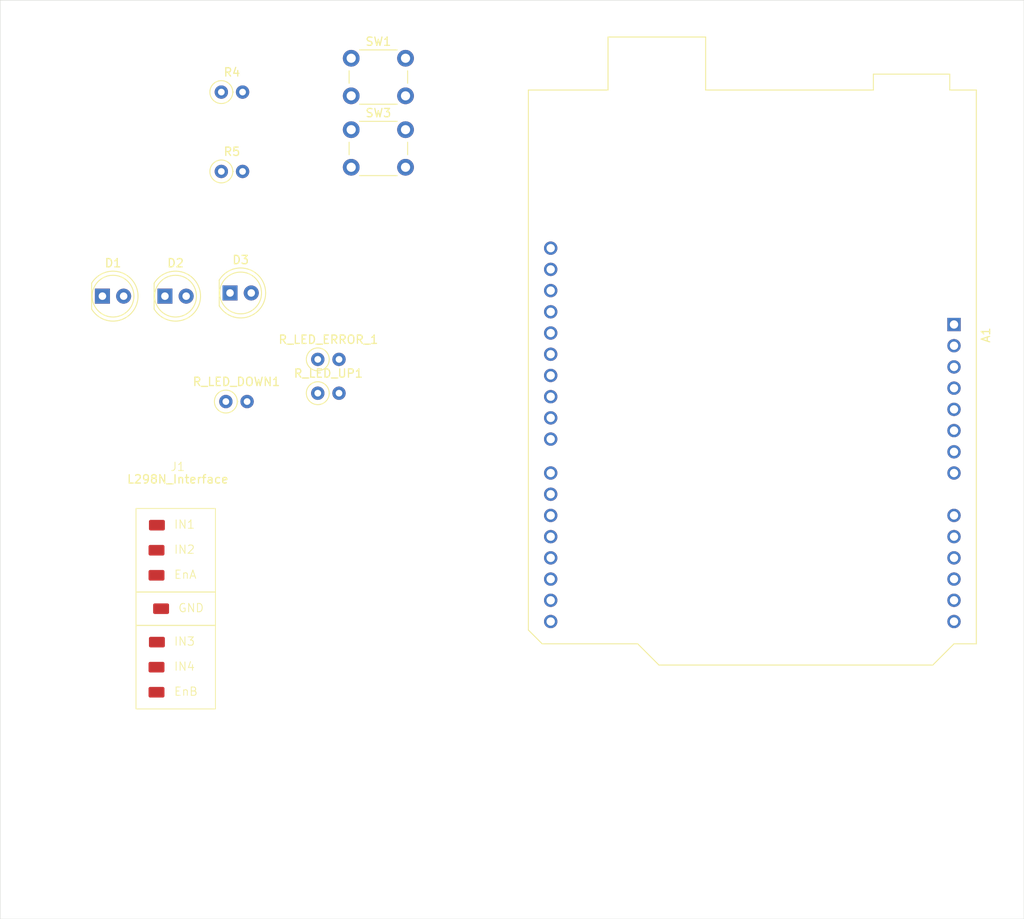
<source format=kicad_pcb>
(kicad_pcb (version 20241229) (generator "pcbnew") (generator_version "9.0")
  (layers (0 "F.Cu" signal) (2 "B.Cu" signal) (13 "F.Paste" user) (15 "B.Paste" user) (5 "F.SilkS" user "F.Silkscreen") (7 "B.SilkS" user "B.Silkscreen") (1 "F.Mask" user) (3 "B.Mask" user) (25 "Edge.Cuts" user))
  (net 0 "")
  (net 15 "Net-(A1-GND-Pad29)")
  (net 21 "Net-(D1-K)")
  (net 22 "Net-(D2-K)")
  (net 23 "Net-(D3-K)")
  (net 24 "Motor DIR CTRL 2")
  (net 25 "Button UP")
  (net 26 "LED_UP")
  (net 27 "LED_ERROR")
  (net 28 "LED_DOWN")
  (net 31 "Motor DIR CTRL 1")
  (net 32 "Button DOWN")
  (net 33 "Motor PWM")
  (net 34 "Net-(D1-A)")
  (net 36 "Net-(R4-Pad1)")
  (net 37 "Net-(R5-Pad1)")
  (footprint "Resistor_THT:R_Axial_DIN0207_L6.3mm_D2.5mm_P2.54mm_Vertical" (layer "F.Cu") (at 169.5 88.05)
    (property "Reference" "R_LED_DOWN1" (at 1.27 -2.37 0) (layer "F.SilkS"))
    (property "Value" "330")
    (fp_line (start 1.37 0) (end 1.44 0) (stroke (width 0.12)) (layer "F.SilkS"))
    (fp_circle (center 0 0) (end 1.37 0) (stroke (width 0.12)) (fill no) (layer "F.SilkS"))
    (pad "1" thru_hole circle (at 0 0) (size 1.6 1.6) (drill 0.8) (layers "*.Cu" "*.Mask") (net 28 "LED_DOWN"))
    (pad "2" thru_hole circle (at 2.54 0) (size 1.6 1.6) (drill 0.8) (layers "*.Cu" "*.Mask") (net 21 "Net-(D1-K)"))
  )
  (footprint "Resistor_THT:R_Axial_DIN0207_L6.3mm_D2.5mm_P2.54mm_Vertical" (layer "F.Cu") (at 180.5 83)
    (property "Reference" "R_LED_ERROR_1" (at 1.27 -2.37 0) (layer "F.SilkS"))
    (property "Value" "330")
    (fp_line (start 1.37 0) (end 1.44 0) (stroke (width 0.12)) (layer "F.SilkS"))
    (fp_circle (center 0 0) (end 1.37 0) (stroke (width 0.12)) (fill no) (layer "F.SilkS"))
    (pad "1" thru_hole circle (at 0 0) (size 1.6 1.6) (drill 0.8) (layers "*.Cu" "*.Mask") (net 27 "LED_ERROR"))
    (pad "2" thru_hole circle (at 2.54 0) (size 1.6 1.6) (drill 0.8) (layers "*.Cu" "*.Mask") (net 23 "Net-(D3-K)"))
  )
  (footprint "LED_THT:LED_D5.0mm" (layer "F.Cu") (at 154.73 75.43)
    (property "Reference" "D1" (at 1.27 -3.96 0) (layer "F.SilkS"))
    (property "Value" "LED_DOWN")
    (fp_line (start -1.29 -1.545) (end -1.29 1.545) (stroke (width 0.12)) (layer "F.SilkS"))
    (fp_arc (start -1.29 -1.54483) (mid 2.071779 -2.880495) (end 4.26 0) (stroke (width 0.12)) (layer "F.SilkS"))
    (fp_arc (start 4.26 0) (mid 2.071779 2.880495) (end -1.29 1.54483) (stroke (width 0.12)) (layer "F.SilkS"))
    (fp_circle (center 1.27 0) (end 3.77 0) (stroke (width 0.12)) (fill no) (layer "F.SilkS"))
    (pad "1" thru_hole rect (at 0 0) (size 1.8 1.8) (drill 0.9) (layers "*.Cu" "*.Mask") (net 21 "Net-(D1-K)"))
    (pad "2" thru_hole circle (at 2.54 0) (size 1.8 1.8) (drill 0.9) (layers "*.Cu" "*.Mask") (net 34 "Net-(D1-A)"))
  )
  (footprint "Resistor_THT:R_Axial_DIN0207_L6.3mm_D2.5mm_P2.54mm_Vertical" (layer "F.Cu") (at 180.5 87.05)
    (property "Reference" "R_LED_UP1" (at 1.27 -2.37 0) (layer "F.SilkS"))
    (property "Value" "330")
    (fp_line (start 1.37 0) (end 1.44 0) (stroke (width 0.12)) (layer "F.SilkS"))
    (fp_circle (center 0 0) (end 1.37 0) (stroke (width 0.12)) (fill no) (layer "F.SilkS"))
    (pad "1" thru_hole circle (at 0 0) (size 1.6 1.6) (drill 0.8) (layers "*.Cu" "*.Mask") (net 26 "LED_UP"))
    (pad "2" thru_hole circle (at 2.54 0) (size 1.6 1.6) (drill 0.8) (layers "*.Cu" "*.Mask") (net 22 "Net-(D2-K)"))
  )
  (footprint "Button_Switch_THT:SW_PUSH_6mm_H5mm" (layer "F.Cu") (at 184.5 55.5)
    (property "Reference" "SW3" (at 3.25 -2 0) (layer "F.SilkS"))
    (property "Value" "BT_DOWN")
    (fp_line (start -0.25 1.5) (end -0.25 3) (stroke (width 0.12)) (layer "F.SilkS"))
    (fp_line (start 1 5.5) (end 5.5 5.5) (stroke (width 0.12)) (layer "F.SilkS"))
    (fp_line (start 5.5 -1) (end 1 -1) (stroke (width 0.12)) (layer "F.SilkS"))
    (fp_line (start 6.75 3) (end 6.75 1.5) (stroke (width 0.12)) (layer "F.SilkS"))
    (pad "1" thru_hole circle (at 0 0 90) (size 2 2) (drill 1.1) (layers "*.Cu" "*.Mask") (net 32 "Button DOWN"))
    (pad "1" thru_hole circle (at 6.5 0 90) (size 2 2) (drill 1.1) (layers "*.Cu" "*.Mask") (net 32 "Button DOWN"))
    (pad "2" thru_hole circle (at 0 4.5 90) (size 2 2) (drill 1.1) (layers "*.Cu" "*.Mask") (net 37 "Net-(R5-Pad1)"))
    (pad "2" thru_hole circle (at 6.5 4.5 90) (size 2 2) (drill 1.1) (layers "*.Cu" "*.Mask") (net 37 "Net-(R5-Pad1)"))
  )
  (footprint "Resistor_THT:R_Axial_DIN0207_L6.3mm_D2.5mm_P2.54mm_Vertical" (layer "F.Cu") (at 168.96 60.5)
    (property "Reference" "R5" (at 1.27 -2.37 0) (layer "F.SilkS"))
    (property "Value" "330")
    (fp_line (start 1.37 0) (end 1.44 0) (stroke (width 0.12)) (layer "F.SilkS"))
    (fp_circle (center 0 0) (end 1.37 0) (stroke (width 0.12)) (fill no) (layer "F.SilkS"))
    (pad "1" thru_hole circle (at 0 0) (size 1.6 1.6) (drill 0.8) (layers "*.Cu" "*.Mask") (net 37 "Net-(R5-Pad1)"))
    (pad "2" thru_hole circle (at 2.54 0) (size 1.6 1.6) (drill 0.8) (layers "*.Cu" "*.Mask") (net 15 "Net-(A1-GND-Pad29)"))
  )
  (footprint "LED_THT:LED_D5.0mm" (layer "F.Cu") (at 162.21 75.43)
    (property "Reference" "D2" (at 1.27 -3.96 0) (layer "F.SilkS"))
    (property "Value" "LED UP")
    (fp_line (start -1.29 -1.545) (end -1.29 1.545) (stroke (width 0.12)) (layer "F.SilkS"))
    (fp_arc (start -1.29 -1.54483) (mid 2.071779 -2.880495) (end 4.26 0) (stroke (width 0.12)) (layer "F.SilkS"))
    (fp_arc (start 4.26 0) (mid 2.071779 2.880495) (end -1.29 1.54483) (stroke (width 0.12)) (layer "F.SilkS"))
    (fp_circle (center 1.27 0) (end 3.77 0) (stroke (width 0.12)) (fill no) (layer "F.SilkS"))
    (pad "1" thru_hole rect (at 0 0) (size 1.8 1.8) (drill 0.9) (layers "*.Cu" "*.Mask") (net 22 "Net-(D2-K)"))
    (pad "2" thru_hole circle (at 2.54 0) (size 1.8 1.8) (drill 0.9) (layers "*.Cu" "*.Mask") (net 34 "Net-(D1-A)"))
  )
  (footprint "DeskAutomation:L298N Interface" (layer "F.Cu") (at 163.75 96.35)
    (property "Reference" "J1" (at 0 -0.5 0) (layer "F.SilkS") (effects (font (thickness 0.1))))
    (property "Value" "L298N_Interface" (at 0 1 0) (layer "F.SilkS"))
    (fp_rect (start -5 4.5) (end 4.5 14.5) (stroke (width 0.1)) (fill no) (layer "F.SilkS"))
    (fp_rect (start -5 14.5) (end 4.5 18.5) (stroke (width 0.1)) (fill no) (layer "F.SilkS"))
    (fp_rect (start -5 18.5) (end 4.5 28.5) (stroke (width 0.1)) (fill no) (layer "F.SilkS"))
    (fp_text user "IN4" (at -0.5 24 0) (layer "F.SilkS") (effects (font (thickness 0.1)) (justify left bottom)))
    (fp_text user "IN3" (at -0.5 21 0) (layer "F.SilkS") (effects (font (thickness 0.1)) (justify left bottom)))
    (fp_text user "EnA" (at -0.5 13 0) (layer "F.SilkS") (effects (font (thickness 0.1)) (justify left bottom)))
    (fp_text user "GND" (at 0 17 0) (layer "F.SilkS") (effects (font (thickness 0.1)) (justify left bottom)))
    (fp_text user "IN2" (at -0.5 10 0) (layer "F.SilkS") (effects (font (thickness 0.1)) (justify left bottom)))
    (fp_text user "IN1" (at -0.5 7 0) (layer "F.SilkS") (effects (font (thickness 0.1)) (justify left bottom)))
    (fp_text user "EnB" (at -0.5 27 0) (layer "F.SilkS") (effects (font (thickness 0.1)) (justify left bottom)))
    (pad "1" smd roundrect (at -2.5 6.5) (size 1.905 1.27) (layers "F.Cu" "F.Mask" "F.Paste") (roundrect_rratio 0.15) (net 31 "Motor DIR CTRL 1"))
    (pad "2" smd roundrect (at -2.5475 9.5) (size 1.905 1.27) (layers "F.Cu" "F.Mask" "F.Paste") (roundrect_rratio 0.15) (net 24 "Motor DIR CTRL 2"))
    (pad "3" smd roundrect (at -2.5475 12.5) (size 1.905 1.27) (layers "F.Cu" "F.Mask" "F.Paste") (roundrect_rratio 0.15) (net 33 "Motor PWM"))
    (pad "4" smd roundrect (at -2 16.5) (size 1.905 1.27) (layers "F.Cu" "F.Mask" "F.Paste") (roundrect_rratio 0.15) (net 27 "LED_ERROR"))
    (pad "5" smd roundrect (at -2.5 20.5) (size 1.905 1.27) (layers "F.Cu" "F.Mask" "F.Paste") (roundrect_rratio 0.15))
    (pad "6" smd roundrect (at -2.5475 23.5) (size 1.905 1.27) (layers "F.Cu" "F.Mask" "F.Paste") (roundrect_rratio 0.15))
    (pad "7" smd roundrect (at -2.5475 26.5) (size 1.905 1.27) (layers "F.Cu" "F.Mask" "F.Paste") (roundrect_rratio 0.15))
  )
  (footprint "Resistor_THT:R_Axial_DIN0207_L6.3mm_D2.5mm_P2.54mm_Vertical" (layer "F.Cu") (at 168.96 51)
    (property "Reference" "R4" (at 1.27 -2.37 0) (layer "F.SilkS"))
    (property "Value" "330")
    (fp_line (start 1.37 0) (end 1.44 0) (stroke (width 0.12)) (layer "F.SilkS"))
    (fp_circle (center 0 0) (end 1.37 0) (stroke (width 0.12)) (fill no) (layer "F.SilkS"))
    (pad "1" thru_hole circle (at 0 0) (size 1.6 1.6) (drill 0.8) (layers "*.Cu" "*.Mask") (net 36 "Net-(R4-Pad1)"))
    (pad "2" thru_hole circle (at 2.54 0) (size 1.6 1.6) (drill 0.8) (layers "*.Cu" "*.Mask") (net 15 "Net-(A1-GND-Pad29)"))
  )
  (footprint "Module:Arduino_UNO_R3" (layer "F.Cu") (at 256.63 78.825 -90)
    (property "Reference" "A1" (at 1.27 -3.81 90) (layer "F.SilkS"))
    (property "Value" "Arduino_UNO_R3")
    (fp_line (start -28.07 50.93) (end 36.58 50.93) (stroke (width 0.12)) (layer "F.SilkS"))
    (fp_line (start 36.58 50.93) (end 38.23 49.28) (stroke (width 0.12)) (layer "F.SilkS"))
    (fp_line (start 38.23 49.28) (end 38.23 37.85) (stroke (width 0.12)) (layer "F.SilkS"))
    (fp_line (start -34.42 41.4) (end -28.07 41.4) (stroke (width 0.12)) (layer "F.SilkS"))
    (fp_line (start -28.07 41.4) (end -28.07 50.93) (stroke (width 0.12)) (layer "F.SilkS"))
    (fp_line (start 38.23 37.85) (end 40.77 35.31) (stroke (width 0.12)) (layer "F.SilkS"))
    (fp_line (start 40.77 35.31) (end 40.77 2.54) (stroke (width 0.12)) (layer "F.SilkS"))
    (fp_line (start -34.42 29.72) (end -34.42 41.4) (stroke (width 0.12)) (layer "F.SilkS"))
    (fp_line (start -28.07 29.72) (end -34.42 29.72) (stroke (width 0.12)) (layer "F.SilkS"))
    (fp_line (start -29.97 9.65) (end -28.07 9.65) (stroke (width 0.12)) (layer "F.SilkS"))
    (fp_line (start -28.07 9.65) (end -28.07 29.72) (stroke (width 0.12)) (layer "F.SilkS"))
    (fp_line (start 40.77 2.54) (end 38.23 0) (stroke (width 0.12)) (layer "F.SilkS"))
    (fp_line (start -29.97 0.51) (end -29.97 9.65) (stroke (width 0.12)) (layer "F.SilkS"))
    (fp_line (start -28.07 0.51) (end -29.97 0.51) (stroke (width 0.12)) (layer "F.SilkS"))
    (fp_line (start 38.23 0) (end 38.23 -2.67) (stroke (width 0.12)) (layer "F.SilkS"))
    (fp_line (start -28.07 -2.67) (end -28.07 0.51) (stroke (width 0.12)) (layer "F.SilkS"))
    (fp_line (start 38.23 -2.67) (end -28.07 -2.67) (stroke (width 0.12)) (layer "F.SilkS"))
    (pad "1" thru_hole rect (at 0 0) (size 1.6 1.6) (drill 1) (layers "*.Cu" "*.Mask"))
    (pad "2" thru_hole oval (at 2.54 0) (size 1.6 1.6) (drill 1) (layers "*.Cu" "*.Mask"))
    (pad "3" thru_hole oval (at 5.08 0) (size 1.6 1.6) (drill 1) (layers "*.Cu" "*.Mask"))
    (pad "4" thru_hole oval (at 7.62 0) (size 1.6 1.6) (drill 1) (layers "*.Cu" "*.Mask"))
    (pad "5" thru_hole oval (at 10.16 0) (size 1.6 1.6) (drill 1) (layers "*.Cu" "*.Mask"))
    (pad "6" thru_hole oval (at 12.7 0) (size 1.6 1.6) (drill 1) (layers "*.Cu" "*.Mask") (net 34 "Net-(D1-A)"))
    (pad "7" thru_hole oval (at 15.24 0) (size 1.6 1.6) (drill 1) (layers "*.Cu" "*.Mask") (net 27 "LED_ERROR"))
    (pad "8" thru_hole oval (at 17.78 0) (size 1.6 1.6) (drill 1) (layers "*.Cu" "*.Mask"))
    (pad "9" thru_hole oval (at 22.86 0) (size 1.6 1.6) (drill 1) (layers "*.Cu" "*.Mask"))
    (pad "10" thru_hole oval (at 25.4 0) (size 1.6 1.6) (drill 1) (layers "*.Cu" "*.Mask"))
    (pad "11" thru_hole oval (at 27.94 0) (size 1.6 1.6) (drill 1) (layers "*.Cu" "*.Mask"))
    (pad "12" thru_hole oval (at 30.48 0) (size 1.6 1.6) (drill 1) (layers "*.Cu" "*.Mask"))
    (pad "13" thru_hole oval (at 33.02 0) (size 1.6 1.6) (drill 1) (layers "*.Cu" "*.Mask"))
    (pad "14" thru_hole oval (at 35.56 0) (size 1.6 1.6) (drill 1) (layers "*.Cu" "*.Mask"))
    (pad "15" thru_hole oval (at 35.56 48.26) (size 1.6 1.6) (drill 1) (layers "*.Cu" "*.Mask"))
    (pad "16" thru_hole oval (at 33.02 48.26) (size 1.6 1.6) (drill 1) (layers "*.Cu" "*.Mask"))
    (pad "17" thru_hole oval (at 30.48 48.26) (size 1.6 1.6) (drill 1) (layers "*.Cu" "*.Mask") (net 25 "Button UP"))
    (pad "18" thru_hole oval (at 27.94 48.26) (size 1.6 1.6) (drill 1) (layers "*.Cu" "*.Mask") (net 32 "Button DOWN"))
    (pad "19" thru_hole oval (at 25.4 48.26) (size 1.6 1.6) (drill 1) (layers "*.Cu" "*.Mask"))
    (pad "20" thru_hole oval (at 22.86 48.26) (size 1.6 1.6) (drill 1) (layers "*.Cu" "*.Mask") (net 31 "Motor DIR CTRL 1"))
    (pad "21" thru_hole oval (at 20.32 48.26) (size 1.6 1.6) (drill 1) (layers "*.Cu" "*.Mask") (net 24 "Motor DIR CTRL 2"))
    (pad "22" thru_hole oval (at 17.78 48.26) (size 1.6 1.6) (drill 1) (layers "*.Cu" "*.Mask"))
    (pad "23" thru_hole oval (at 13.72 48.26) (size 1.6 1.6) (drill 1) (layers "*.Cu" "*.Mask"))
    (pad "24" thru_hole oval (at 11.18 48.26) (size 1.6 1.6) (drill 1) (layers "*.Cu" "*.Mask") (net 33 "Motor PWM"))
    (pad "25" thru_hole oval (at 8.64 48.26) (size 1.6 1.6) (drill 1) (layers "*.Cu" "*.Mask") (net 28 "LED_DOWN"))
    (pad "26" thru_hole oval (at 6.1 48.26) (size 1.6 1.6) (drill 1) (layers "*.Cu" "*.Mask") (net 26 "LED_UP"))
    (pad "27" thru_hole oval (at 3.56 48.26) (size 1.6 1.6) (drill 1) (layers "*.Cu" "*.Mask"))
    (pad "28" thru_hole oval (at 1.02 48.26) (size 1.6 1.6) (drill 1) (layers "*.Cu" "*.Mask") (net 27 "LED_ERROR"))
    (pad "29" thru_hole oval (at -1.52 48.26) (size 1.6 1.6) (drill 1) (layers "*.Cu" "*.Mask") (net 15 "Net-(A1-GND-Pad29)"))
    (pad "30" thru_hole oval (at -4.06 48.26) (size 1.6 1.6) (drill 1) (layers "*.Cu" "*.Mask"))
    (pad "31" thru_hole oval (at -6.6 48.26) (size 1.6 1.6) (drill 1) (layers "*.Cu" "*.Mask"))
    (pad "32" thru_hole oval (at -9.14 48.26) (size 1.6 1.6) (drill 1) (layers "*.Cu" "*.Mask"))
  )
  (footprint "LED_THT:LED_D5.0mm" (layer "F.Cu") (at 170 75.05)
    (property "Reference" "D3" (at 1.27 -3.96 0) (layer "F.SilkS"))
    (property "Value" "ERROR_LED")
    (fp_line (start -1.29 -1.545) (end -1.29 1.545) (stroke (width 0.12)) (layer "F.SilkS"))
    (fp_arc (start -1.29 -1.54483) (mid 2.071779 -2.880495) (end 4.26 0) (stroke (width 0.12)) (layer "F.SilkS"))
    (fp_arc (start 4.26 0) (mid 2.071779 2.880495) (end -1.29 1.54483) (stroke (width 0.12)) (layer "F.SilkS"))
    (fp_circle (center 1.27 0) (end 3.77 0) (stroke (width 0.12)) (fill no) (layer "F.SilkS"))
    (pad "1" thru_hole rect (at 0 0) (size 1.8 1.8) (drill 0.9) (layers "*.Cu" "*.Mask") (net 23 "Net-(D3-K)"))
    (pad "2" thru_hole circle (at 2.54 0) (size 1.8 1.8) (drill 0.9) (layers "*.Cu" "*.Mask") (net 34 "Net-(D1-A)"))
  )
  (footprint "Button_Switch_THT:SW_PUSH_6mm_H5mm" (layer "F.Cu") (at 184.5 46.95)
    (property "Reference" "SW1" (at 3.25 -2 0) (layer "F.SilkS"))
    (property "Value" "BT_UP")
    (fp_line (start -0.25 1.5) (end -0.25 3) (stroke (width 0.12)) (layer "F.SilkS"))
    (fp_line (start 1 5.5) (end 5.5 5.5) (stroke (width 0.12)) (layer "F.SilkS"))
    (fp_line (start 5.5 -1) (end 1 -1) (stroke (width 0.12)) (layer "F.SilkS"))
    (fp_line (start 6.75 3) (end 6.75 1.5) (stroke (width 0.12)) (layer "F.SilkS"))
    (pad "1" thru_hole circle (at 0 0 90) (size 2 2) (drill 1.1) (layers "*.Cu" "*.Mask") (net 25 "Button UP"))
    (pad "1" thru_hole circle (at 6.5 0 90) (size 2 2) (drill 1.1) (layers "*.Cu" "*.Mask") (net 25 "Button UP"))
    (pad "2" thru_hole circle (at 0 4.5 90) (size 2 2) (drill 1.1) (layers "*.Cu" "*.Mask") (net 36 "Net-(R4-Pad1)"))
    (pad "2" thru_hole circle (at 6.5 4.5 90) (size 2 2) (drill 1.1) (layers "*.Cu" "*.Mask") (net 36 "Net-(R4-Pad1)"))
  )
  (gr_line (start 265 150) (end 265 40) (stroke (width 0.05)) (layer "Edge.Cuts"))
  (gr_line (start 142.5 40) (end 142.5 150) (stroke (width 0.05)) (layer "Edge.Cuts"))
  (gr_line (start 265 40) (end 142.5 40) (stroke (width 0.05)) (layer "Edge.Cuts"))
  (gr_line (start 142.5 150) (end 265 150) (stroke (width 0.05)) (layer "Edge.Cuts"))
)
</source>
